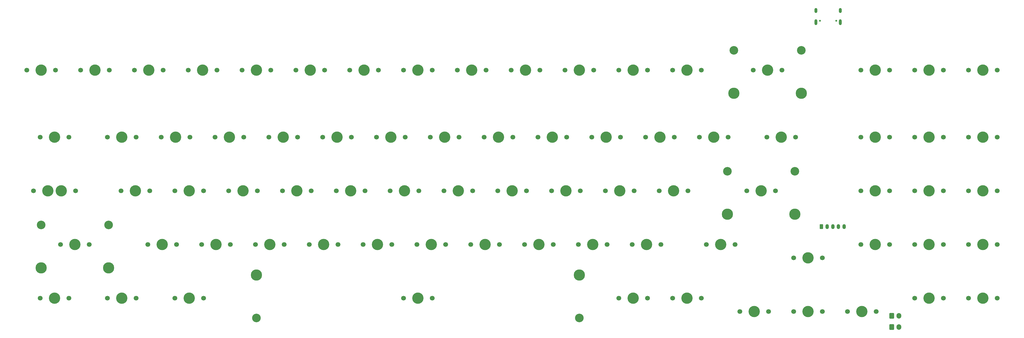
<source format=gbr>
%TF.GenerationSoftware,KiCad,Pcbnew,8.99.0-2194-gb3b7cbcab2*%
%TF.CreationDate,2024-09-18T02:21:13+07:00*%
%TF.ProjectId,Sam_,53616d5f-2e6b-4696-9361-645f70636258,rev?*%
%TF.SameCoordinates,Original*%
%TF.FileFunction,Soldermask,Top*%
%TF.FilePolarity,Negative*%
%FSLAX46Y46*%
G04 Gerber Fmt 4.6, Leading zero omitted, Abs format (unit mm)*
G04 Created by KiCad (PCBNEW 8.99.0-2194-gb3b7cbcab2) date 2024-09-18 02:21:13*
%MOMM*%
%LPD*%
G01*
G04 APERTURE LIST*
G04 Aperture macros list*
%AMRoundRect*
0 Rectangle with rounded corners*
0 $1 Rounding radius*
0 $2 $3 $4 $5 $6 $7 $8 $9 X,Y pos of 4 corners*
0 Add a 4 corners polygon primitive as box body*
4,1,4,$2,$3,$4,$5,$6,$7,$8,$9,$2,$3,0*
0 Add four circle primitives for the rounded corners*
1,1,$1+$1,$2,$3*
1,1,$1+$1,$4,$5*
1,1,$1+$1,$6,$7*
1,1,$1+$1,$8,$9*
0 Add four rect primitives between the rounded corners*
20,1,$1+$1,$2,$3,$4,$5,0*
20,1,$1+$1,$4,$5,$6,$7,0*
20,1,$1+$1,$6,$7,$8,$9,0*
20,1,$1+$1,$8,$9,$2,$3,0*%
G04 Aperture macros list end*
%ADD10O,1.700000X2.000000*%
%ADD11RoundRect,0.250000X-0.600000X-0.750000X0.600000X-0.750000X0.600000X0.750000X-0.600000X0.750000X0*%
%ADD12C,1.700000*%
%ADD13C,4.000000*%
%ADD14C,3.048000*%
%ADD15C,3.987800*%
%ADD16RoundRect,0.250000X-0.350000X-0.625000X0.350000X-0.625000X0.350000X0.625000X-0.350000X0.625000X0*%
%ADD17O,1.200000X1.750000*%
%ADD18O,1.000000X1.800000*%
%ADD19O,1.000000X2.100000*%
%ADD20C,0.650000*%
G04 APERTURE END LIST*
D10*
%TO.C,SWb\u00F4t1*%
X688010000Y-209320000D03*
D11*
X685510000Y-209320000D03*
%TD*%
D12*
%TO.C,SW83*%
X722875000Y-203052500D03*
D13*
X717795000Y-203052500D03*
D12*
X712715000Y-203052500D03*
%TD*%
%TO.C,SW82*%
X703825000Y-203052500D03*
D13*
X698745000Y-203052500D03*
D12*
X693665000Y-203052500D03*
%TD*%
%TO.C,SW81*%
X680012500Y-207815000D03*
D13*
X674932500Y-207815000D03*
D12*
X669852500Y-207815000D03*
%TD*%
%TO.C,SW79*%
X660962500Y-207815000D03*
D13*
X655882500Y-207815000D03*
D12*
X650802500Y-207815000D03*
%TD*%
%TO.C,SW78*%
X641912500Y-207815000D03*
D13*
X636832500Y-207815000D03*
D12*
X631752500Y-207815000D03*
%TD*%
%TO.C,SW77*%
X618100000Y-203052500D03*
D13*
X613020000Y-203052500D03*
D12*
X607940000Y-203052500D03*
%TD*%
%TO.C,SW76*%
X599050000Y-203052500D03*
D13*
X593970000Y-203052500D03*
D12*
X588890000Y-203052500D03*
%TD*%
D14*
%TO.C,SW73*%
X574920000Y-210037500D03*
D15*
X574920000Y-194797500D03*
D12*
X522850000Y-203052500D03*
D13*
X517770000Y-203052500D03*
D12*
X512690000Y-203052500D03*
D14*
X460620000Y-210037500D03*
D15*
X460620000Y-194797500D03*
%TD*%
D12*
%TO.C,SW70*%
X391881000Y-164952500D03*
D13*
X386801000Y-164952500D03*
D12*
X381721000Y-164952500D03*
%TD*%
%TO.C,SW69*%
X441888000Y-203052500D03*
D13*
X436808000Y-203052500D03*
D12*
X431728000Y-203052500D03*
%TD*%
%TO.C,SW68*%
X418075000Y-203052500D03*
D13*
X412995000Y-203052500D03*
D12*
X407915000Y-203052500D03*
%TD*%
%TO.C,SW67*%
X722875000Y-184002500D03*
D13*
X717795000Y-184002500D03*
D12*
X712715000Y-184002500D03*
%TD*%
%TO.C,SW66*%
X703825000Y-184002500D03*
D13*
X698745000Y-184002500D03*
D12*
X693665000Y-184002500D03*
%TD*%
%TO.C,SW65*%
X684775000Y-184002500D03*
D13*
X679695000Y-184002500D03*
D12*
X674615000Y-184002500D03*
%TD*%
%TO.C,SW64*%
X394263000Y-203052500D03*
D13*
X389183000Y-203052500D03*
D12*
X384103000Y-203052500D03*
%TD*%
%TO.C,SW63*%
X660962500Y-188765000D03*
D13*
X655882500Y-188765000D03*
D12*
X650802500Y-188765000D03*
%TD*%
%TO.C,SW62*%
X630006500Y-184002500D03*
D13*
X624926500Y-184002500D03*
D12*
X619846500Y-184002500D03*
%TD*%
%TO.C,SW61*%
X603812500Y-184002500D03*
D13*
X598732500Y-184002500D03*
D12*
X593652500Y-184002500D03*
%TD*%
%TO.C,SW60*%
X584762500Y-184002500D03*
D13*
X579682500Y-184002500D03*
D12*
X574602500Y-184002500D03*
%TD*%
%TO.C,SW59*%
X565712500Y-184002500D03*
D13*
X560632500Y-184002500D03*
D12*
X555552500Y-184002500D03*
%TD*%
%TO.C,SW58*%
X546662500Y-184002500D03*
D13*
X541582500Y-184002500D03*
D12*
X536502500Y-184002500D03*
%TD*%
%TO.C,SW57*%
X527612500Y-184002500D03*
D13*
X522532500Y-184002500D03*
D12*
X517452500Y-184002500D03*
%TD*%
%TO.C,SW56*%
X508562500Y-184002500D03*
D13*
X503482500Y-184002500D03*
D12*
X498402500Y-184002500D03*
%TD*%
%TO.C,SW55*%
X489512500Y-184002500D03*
D13*
X484432500Y-184002500D03*
D12*
X479352500Y-184002500D03*
%TD*%
%TO.C,SW54*%
X470462500Y-184002500D03*
D13*
X465382500Y-184002500D03*
D12*
X460302500Y-184002500D03*
%TD*%
%TO.C,SW53*%
X451412500Y-184002500D03*
D13*
X446332500Y-184002500D03*
D12*
X441252500Y-184002500D03*
%TD*%
%TO.C,SW52*%
X432362500Y-184002500D03*
D13*
X427282500Y-184002500D03*
D12*
X422202500Y-184002500D03*
%TD*%
%TO.C,SW51*%
X722875000Y-164952500D03*
D13*
X717795000Y-164952500D03*
D12*
X712715000Y-164952500D03*
%TD*%
%TO.C,SW50*%
X703825000Y-164952500D03*
D13*
X698745000Y-164952500D03*
D12*
X693665000Y-164952500D03*
%TD*%
%TO.C,SW49*%
X684775000Y-164952500D03*
D13*
X679695000Y-164952500D03*
D12*
X674615000Y-164952500D03*
%TD*%
D15*
%TO.C,SW48*%
X408338600Y-192257500D03*
D14*
X408338600Y-177017500D03*
D12*
X401480600Y-184002500D03*
D13*
X396400600Y-184002500D03*
D12*
X391320600Y-184002500D03*
D15*
X384462600Y-192257500D03*
D14*
X384462600Y-177017500D03*
%TD*%
D15*
%TO.C,SW47*%
X651226100Y-173207500D03*
D14*
X651226100Y-157967500D03*
D12*
X644368100Y-164952500D03*
D13*
X639288100Y-164952500D03*
D12*
X634208100Y-164952500D03*
D15*
X627350100Y-173207500D03*
D14*
X627350100Y-157967500D03*
%TD*%
D12*
%TO.C,SW46*%
X613337500Y-164952500D03*
D13*
X608257500Y-164952500D03*
D12*
X603177500Y-164952500D03*
%TD*%
%TO.C,SW45*%
X594287500Y-164952500D03*
D13*
X589207500Y-164952500D03*
D12*
X584127500Y-164952500D03*
%TD*%
%TO.C,SW44*%
X575237500Y-164952500D03*
D13*
X570157500Y-164952500D03*
D12*
X565077500Y-164952500D03*
%TD*%
%TO.C,SW43*%
X556187500Y-164952500D03*
D13*
X551107500Y-164952500D03*
D12*
X546027500Y-164952500D03*
%TD*%
%TO.C,SW42*%
X537137500Y-164952500D03*
D13*
X532057500Y-164952500D03*
D12*
X526977500Y-164952500D03*
%TD*%
%TO.C,SW41*%
X518087500Y-164952500D03*
D13*
X513007500Y-164952500D03*
D12*
X507927500Y-164952500D03*
%TD*%
%TO.C,SW40*%
X499037500Y-164952500D03*
D13*
X493957500Y-164952500D03*
D12*
X488877500Y-164952500D03*
%TD*%
%TO.C,SW39*%
X479987500Y-164952500D03*
D13*
X474907500Y-164952500D03*
D12*
X469827500Y-164952500D03*
%TD*%
%TO.C,SW38*%
X460937500Y-164952500D03*
D13*
X455857500Y-164952500D03*
D12*
X450777500Y-164952500D03*
%TD*%
%TO.C,SW37*%
X441887500Y-164952500D03*
D13*
X436807500Y-164952500D03*
D12*
X431727500Y-164952500D03*
%TD*%
%TO.C,SW36*%
X422837500Y-164952500D03*
D13*
X417757500Y-164952500D03*
D12*
X412677500Y-164952500D03*
%TD*%
%TO.C,SW35*%
X396644000Y-164952500D03*
D13*
X391564000Y-164952500D03*
D12*
X386484000Y-164952500D03*
%TD*%
%TO.C,SW34*%
X722875000Y-145902500D03*
D13*
X717795000Y-145902500D03*
D12*
X712715000Y-145902500D03*
%TD*%
%TO.C,SW33*%
X703825000Y-145902500D03*
D13*
X698745000Y-145902500D03*
D12*
X693665000Y-145902500D03*
%TD*%
%TO.C,SW32*%
X684775000Y-145902500D03*
D13*
X679695000Y-145902500D03*
D12*
X674615000Y-145902500D03*
%TD*%
%TO.C,SW31*%
X651438000Y-145902500D03*
D13*
X646358000Y-145902500D03*
D12*
X641278000Y-145902500D03*
%TD*%
%TO.C,SW30*%
X627625000Y-145902500D03*
D13*
X622545000Y-145902500D03*
D12*
X617465000Y-145902500D03*
%TD*%
%TO.C,SW29*%
X608575000Y-145902500D03*
D13*
X603495000Y-145902500D03*
D12*
X598415000Y-145902500D03*
%TD*%
%TO.C,SW28*%
X589525000Y-145902500D03*
D13*
X584445000Y-145902500D03*
D12*
X579365000Y-145902500D03*
%TD*%
%TO.C,SW27*%
X570475000Y-145902500D03*
D13*
X565395000Y-145902500D03*
D12*
X560315000Y-145902500D03*
%TD*%
%TO.C,SW26*%
X551425000Y-145902500D03*
D13*
X546345000Y-145902500D03*
D12*
X541265000Y-145902500D03*
%TD*%
%TO.C,SW25*%
X532375000Y-145902500D03*
D13*
X527295000Y-145902500D03*
D12*
X522215000Y-145902500D03*
%TD*%
%TO.C,SW24*%
X513325000Y-145902500D03*
D13*
X508245000Y-145902500D03*
D12*
X503165000Y-145902500D03*
%TD*%
%TO.C,SW23*%
X494275000Y-145902500D03*
D13*
X489195000Y-145902500D03*
D12*
X484115000Y-145902500D03*
%TD*%
%TO.C,SW22*%
X475225000Y-145902500D03*
D13*
X470145000Y-145902500D03*
D12*
X465065000Y-145902500D03*
%TD*%
%TO.C,SW21*%
X456175000Y-145902500D03*
D13*
X451095000Y-145902500D03*
D12*
X446015000Y-145902500D03*
%TD*%
%TO.C,SW20*%
X437125000Y-145902500D03*
D13*
X432045000Y-145902500D03*
D12*
X426965000Y-145902500D03*
%TD*%
%TO.C,SW19*%
X418075000Y-145902500D03*
D13*
X412995000Y-145902500D03*
D12*
X407915000Y-145902500D03*
%TD*%
%TO.C,SW18*%
X394263000Y-145902500D03*
D13*
X389183000Y-145902500D03*
D12*
X384103000Y-145902500D03*
%TD*%
%TO.C,SW17*%
X722875000Y-122090000D03*
D13*
X717795000Y-122090000D03*
D12*
X712715000Y-122090000D03*
%TD*%
%TO.C,SW16*%
X703825000Y-122090000D03*
D13*
X698745000Y-122090000D03*
D12*
X693665000Y-122090000D03*
%TD*%
%TO.C,SW15*%
X684775000Y-122090000D03*
D13*
X679695000Y-122090000D03*
D12*
X674615000Y-122090000D03*
%TD*%
D15*
%TO.C,SW14*%
X653533000Y-130345000D03*
D14*
X653533000Y-115105000D03*
D12*
X646675000Y-122090000D03*
D13*
X641595000Y-122090000D03*
D12*
X636515000Y-122090000D03*
D15*
X629657000Y-130345000D03*
D14*
X629657000Y-115105000D03*
%TD*%
D12*
%TO.C,SW13*%
X618100000Y-122090000D03*
D13*
X613020000Y-122090000D03*
D12*
X607940000Y-122090000D03*
%TD*%
%TO.C,SW12*%
X599050000Y-122090000D03*
D13*
X593970000Y-122090000D03*
D12*
X588890000Y-122090000D03*
%TD*%
%TO.C,SW11*%
X580000000Y-122090000D03*
D13*
X574920000Y-122090000D03*
D12*
X569840000Y-122090000D03*
%TD*%
%TO.C,SW10*%
X560950000Y-122090000D03*
D13*
X555870000Y-122090000D03*
D12*
X550790000Y-122090000D03*
%TD*%
%TO.C,SW9*%
X541900000Y-122090000D03*
D13*
X536820000Y-122090000D03*
D12*
X531740000Y-122090000D03*
%TD*%
%TO.C,SW8*%
X522850000Y-122090000D03*
D13*
X517770000Y-122090000D03*
D12*
X512690000Y-122090000D03*
%TD*%
%TO.C,SW7*%
X503800000Y-122090000D03*
D13*
X498720000Y-122090000D03*
D12*
X493640000Y-122090000D03*
%TD*%
%TO.C,SW6*%
X484750000Y-122090000D03*
D13*
X479670000Y-122090000D03*
D12*
X474590000Y-122090000D03*
%TD*%
%TO.C,SW5*%
X465700000Y-122090000D03*
D13*
X460620000Y-122090000D03*
D12*
X455540000Y-122090000D03*
%TD*%
%TO.C,SW4*%
X446650000Y-122090000D03*
D13*
X441570000Y-122090000D03*
D12*
X436490000Y-122090000D03*
%TD*%
%TO.C,SW3*%
X427600000Y-122090000D03*
D13*
X422520000Y-122090000D03*
D12*
X417440000Y-122090000D03*
%TD*%
%TO.C,SW2*%
X408550000Y-122090000D03*
D13*
X403470000Y-122090000D03*
D12*
X398390000Y-122090000D03*
%TD*%
%TO.C,SW1*%
X389500000Y-122090000D03*
D13*
X384420000Y-122090000D03*
D12*
X379340000Y-122090000D03*
%TD*%
D11*
%TO.C,SWb\u00F4trst1*%
X685520000Y-213330000D03*
D10*
X688020000Y-213330000D03*
%TD*%
D16*
%TO.C,J2*%
X660630000Y-177630000D03*
D17*
X662630000Y-177630000D03*
X664630000Y-177630000D03*
X666630000Y-177630000D03*
X668630000Y-177630000D03*
%TD*%
D18*
%TO.C,J1*%
X667272500Y-100927500D03*
D19*
X667272500Y-105107500D03*
D18*
X658632500Y-100927500D03*
D19*
X658632500Y-105107500D03*
D20*
X665842500Y-104607500D03*
X660062500Y-104607500D03*
%TD*%
M02*

</source>
